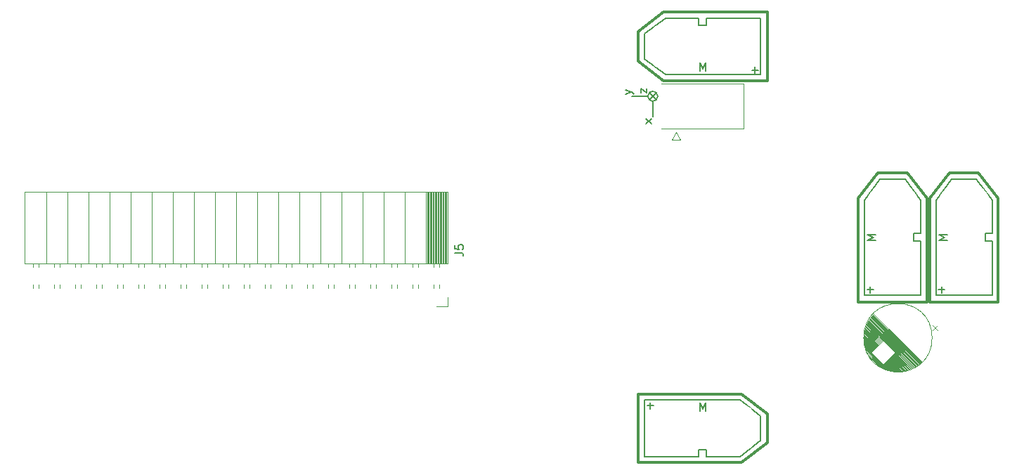
<source format=gto>
G04 #@! TF.GenerationSoftware,KiCad,Pcbnew,7.0.9*
G04 #@! TF.CreationDate,2024-12-11T14:01:49+08:00*
G04 #@! TF.ProjectId,thingy,7468696e-6779-42e6-9b69-6361645f7063,rev?*
G04 #@! TF.SameCoordinates,Original*
G04 #@! TF.FileFunction,Legend,Top*
G04 #@! TF.FilePolarity,Positive*
%FSLAX46Y46*%
G04 Gerber Fmt 4.6, Leading zero omitted, Abs format (unit mm)*
G04 Created by KiCad (PCBNEW 7.0.9) date 2024-12-11 14:01:49*
%MOMM*%
%LPD*%
G01*
G04 APERTURE LIST*
G04 Aperture macros list*
%AMRotRect*
0 Rectangle, with rotation*
0 The origin of the aperture is its center*
0 $1 length*
0 $2 width*
0 $3 Rotation angle, in degrees counterclockwise*
0 Add horizontal line*
21,1,$1,$2,0,0,$3*%
G04 Aperture macros list end*
%ADD10C,0.150000*%
%ADD11C,0.200000*%
%ADD12C,0.120000*%
%ADD13C,0.300000*%
%ADD14R,1.350000X1.350000*%
%ADD15O,1.350000X1.350000*%
%ADD16R,1.300000X1.300000*%
%ADD17C,1.300000*%
%ADD18C,4.300000*%
%ADD19C,6.500000*%
%ADD20C,2.200000*%
%ADD21C,1.700000*%
%ADD22O,1.700000X1.700000*%
%ADD23RotRect,1.600000X1.600000X225.000000*%
%ADD24C,1.600000*%
%ADD25R,1.700000X1.700000*%
G04 APERTURE END LIST*
D10*
X-6400000Y17400000D02*
X-5600000Y16600000D01*
X-5400000Y17000000D02*
G75*
G03*
X-5400000Y17000000I-600000J0D01*
G01*
X-8500000Y17000000D02*
X-6600000Y17000000D01*
X-6000000Y16400000D02*
X-6000000Y14500000D01*
X-5600000Y17400000D02*
X-6400000Y16600000D01*
X-9296847Y17241541D02*
X-8630180Y17479636D01*
X-9296847Y17717731D02*
X-8630180Y17479636D01*
X-8630180Y17479636D02*
X-8392085Y17384398D01*
X-8392085Y17384398D02*
X-8344466Y17336779D01*
X-8344466Y17336779D02*
X-8296847Y17241541D01*
X-7396847Y17441541D02*
X-7396847Y17965350D01*
X-7396847Y17965350D02*
X-6730180Y17441541D01*
X-6730180Y17441541D02*
X-6730180Y17965350D01*
X-6130180Y13734649D02*
X-6796847Y14258458D01*
X-6796847Y13734649D02*
X-6130180Y14258458D01*
D11*
X-333332Y20047780D02*
X-333332Y21047780D01*
X-333332Y21047780D02*
X0Y20333495D01*
X0Y20333495D02*
X333333Y21047780D01*
X333333Y21047780D02*
X333333Y20047780D01*
X5939048Y20138733D02*
X6700953Y20138733D01*
X6320000Y19757780D02*
X6320000Y20519685D01*
X-333332Y-20952219D02*
X-333332Y-19952219D01*
X-333332Y-19952219D02*
X0Y-20666504D01*
X0Y-20666504D02*
X333333Y-19952219D01*
X333333Y-19952219D02*
X333333Y-20952219D01*
X-6700951Y-20281266D02*
X-5939047Y-20281266D01*
X-6319999Y-20662219D02*
X-6319999Y-19900314D01*
D10*
X5988095Y9995180D02*
X5988095Y10995180D01*
X5988095Y10518990D02*
X6559523Y10518990D01*
X6559523Y9995180D02*
X6559523Y10995180D01*
X6988095Y10899942D02*
X7035714Y10947561D01*
X7035714Y10947561D02*
X7130952Y10995180D01*
X7130952Y10995180D02*
X7369047Y10995180D01*
X7369047Y10995180D02*
X7464285Y10947561D01*
X7464285Y10947561D02*
X7511904Y10899942D01*
X7511904Y10899942D02*
X7559523Y10804704D01*
X7559523Y10804704D02*
X7559523Y10709466D01*
X7559523Y10709466D02*
X7511904Y10566609D01*
X7511904Y10566609D02*
X6940476Y9995180D01*
X6940476Y9995180D02*
X7559523Y9995180D01*
X-7511904Y-11004819D02*
X-7511904Y-10004819D01*
X-7511904Y-10481009D02*
X-6940476Y-10481009D01*
X-6940476Y-11004819D02*
X-6940476Y-10004819D01*
X-6559523Y-10004819D02*
X-5940476Y-10004819D01*
X-5940476Y-10004819D02*
X-6273809Y-10385771D01*
X-6273809Y-10385771D02*
X-6130952Y-10385771D01*
X-6130952Y-10385771D02*
X-6035714Y-10433390D01*
X-6035714Y-10433390D02*
X-5988095Y-10481009D01*
X-5988095Y-10481009D02*
X-5940476Y-10576247D01*
X-5940476Y-10576247D02*
X-5940476Y-10814342D01*
X-5940476Y-10814342D02*
X-5988095Y-10909580D01*
X-5988095Y-10909580D02*
X-6035714Y-10957200D01*
X-6035714Y-10957200D02*
X-6130952Y-11004819D01*
X-6130952Y-11004819D02*
X-6416666Y-11004819D01*
X-6416666Y-11004819D02*
X-6511904Y-10957200D01*
X-6511904Y-10957200D02*
X-6559523Y-10909580D01*
D11*
X20852219Y-333332D02*
X19852219Y-333332D01*
X19852219Y-333332D02*
X20566504Y0D01*
X20566504Y0D02*
X19852219Y333333D01*
X19852219Y333333D02*
X20852219Y333333D01*
X20181266Y-6700951D02*
X20181266Y-5939047D01*
X20562219Y-6319999D02*
X19800314Y-6319999D01*
D10*
X-29825180Y-1873333D02*
X-29110895Y-1873333D01*
X-29110895Y-1873333D02*
X-28968038Y-1920952D01*
X-28968038Y-1920952D02*
X-28872800Y-2016190D01*
X-28872800Y-2016190D02*
X-28825180Y-2159047D01*
X-28825180Y-2159047D02*
X-28825180Y-2254285D01*
X-29825180Y-920952D02*
X-29825180Y-1397142D01*
X-29825180Y-1397142D02*
X-29348990Y-1444761D01*
X-29348990Y-1444761D02*
X-29396609Y-1397142D01*
X-29396609Y-1397142D02*
X-29444228Y-1301904D01*
X-29444228Y-1301904D02*
X-29444228Y-1063809D01*
X-29444228Y-1063809D02*
X-29396609Y-968571D01*
X-29396609Y-968571D02*
X-29348990Y-920952D01*
X-29348990Y-920952D02*
X-29253752Y-873333D01*
X-29253752Y-873333D02*
X-29015657Y-873333D01*
X-29015657Y-873333D02*
X-28920419Y-920952D01*
X-28920419Y-920952D02*
X-28872800Y-968571D01*
X-28872800Y-968571D02*
X-28825180Y-1063809D01*
X-28825180Y-1063809D02*
X-28825180Y-1301904D01*
X-28825180Y-1301904D02*
X-28872800Y-1397142D01*
X-28872800Y-1397142D02*
X-28920419Y-1444761D01*
D11*
X29452219Y-333332D02*
X28452219Y-333332D01*
X28452219Y-333332D02*
X29166504Y0D01*
X29166504Y0D02*
X28452219Y333333D01*
X28452219Y333333D02*
X29452219Y333333D01*
X28781266Y-6700951D02*
X28781266Y-5939047D01*
X29162219Y-6319999D02*
X28400314Y-6319999D01*
D12*
X-3675000Y11717500D02*
X-3175000Y12717500D01*
X-2675000Y11717500D02*
X-3675000Y11717500D01*
X-3175000Y12717500D02*
X-2675000Y11717500D01*
X-4960000Y13107500D02*
X4960000Y13107500D01*
X4960000Y13107500D02*
X4960000Y18527500D01*
X4960000Y18527500D02*
X-4960000Y18527500D01*
D13*
X7800000Y18875000D02*
X7800000Y27125000D01*
X7800000Y18875000D02*
X-4700000Y18875000D01*
X7800000Y27125000D02*
X-4700000Y27125000D01*
D11*
X7000000Y19600000D02*
X7000000Y26400000D01*
X7000000Y19600000D02*
X-4500000Y19600000D01*
X7000000Y26400000D02*
X450000Y26400000D01*
X450000Y25550000D02*
X450000Y26400000D01*
X450000Y25550000D02*
X-450000Y25550000D01*
X-450000Y25550000D02*
X-450000Y26400000D01*
X-450000Y26400000D02*
X-4500000Y26400000D01*
X-4500000Y19600000D02*
X-7000000Y21500000D01*
X-4500000Y26400000D02*
X-7000000Y24500000D01*
D13*
X-4700000Y18875000D02*
X-7800000Y21250000D01*
X-4700000Y27125000D02*
X-7800000Y24750000D01*
D11*
X-7000000Y21500000D02*
X-7000000Y24500000D01*
D13*
X-7800000Y21250000D02*
X-7800000Y24750000D01*
X-7800000Y-18875000D02*
X-7800000Y-27125000D01*
X-7800000Y-18875000D02*
X4700000Y-18875000D01*
X-7800000Y-27125000D02*
X4700000Y-27125000D01*
D11*
X-7000000Y-19600000D02*
X-7000000Y-26400000D01*
X-7000000Y-19600000D02*
X4500000Y-19600000D01*
X-7000000Y-26400000D02*
X-450000Y-26400000D01*
X-450000Y-25550000D02*
X-450000Y-26400000D01*
X-450000Y-25550000D02*
X450000Y-25550000D01*
X450000Y-25550000D02*
X450000Y-26400000D01*
X450000Y-26400000D02*
X4500000Y-26400000D01*
X4500000Y-19600000D02*
X7000000Y-21500000D01*
X4500000Y-26400000D02*
X7000000Y-24500000D01*
D13*
X4700000Y-18875000D02*
X7800000Y-21250000D01*
X4700000Y-27125000D02*
X7800000Y-24750000D01*
D11*
X7000000Y-21500000D02*
X7000000Y-24500000D01*
D13*
X7800000Y-21250000D02*
X7800000Y-24750000D01*
X18775000Y-7800000D02*
X27025000Y-7800000D01*
X18775000Y-7800000D02*
X18775000Y4700000D01*
X27025000Y-7800000D02*
X27025000Y4700000D01*
D11*
X19500000Y-7000000D02*
X26300000Y-7000000D01*
X19500000Y-7000000D02*
X19500000Y4500000D01*
X26300000Y-7000000D02*
X26300000Y-450000D01*
X25450000Y-450000D02*
X26300000Y-450000D01*
X25450000Y-450000D02*
X25450000Y450000D01*
X25450000Y450000D02*
X26300000Y450000D01*
X26300000Y450000D02*
X26300000Y4500000D01*
X19500000Y4500000D02*
X21400000Y7000000D01*
X26300000Y4500000D02*
X24400000Y7000000D01*
D13*
X18775000Y4700000D02*
X21150000Y7800000D01*
X27025000Y4700000D02*
X24650000Y7800000D01*
D11*
X21400000Y7000000D02*
X24400000Y7000000D01*
D13*
X21150000Y7800000D02*
X24650000Y7800000D01*
D12*
X-30720000Y5440000D02*
X-81640000Y5440000D01*
X-30720000Y5440000D02*
X-30720000Y-3190000D01*
X-30840000Y5440000D02*
X-30840000Y-3190000D01*
X-30958095Y5440000D02*
X-30958095Y-3190000D01*
X-31076190Y5440000D02*
X-31076190Y-3190000D01*
X-31194285Y5440000D02*
X-31194285Y-3190000D01*
X-31312380Y5440000D02*
X-31312380Y-3190000D01*
X-31430475Y5440000D02*
X-31430475Y-3190000D01*
X-31548570Y5440000D02*
X-31548570Y-3190000D01*
X-31666665Y5440000D02*
X-31666665Y-3190000D01*
X-31784760Y5440000D02*
X-31784760Y-3190000D01*
X-31902855Y5440000D02*
X-31902855Y-3190000D01*
X-32020950Y5440000D02*
X-32020950Y-3190000D01*
X-32139045Y5440000D02*
X-32139045Y-3190000D01*
X-32257140Y5440000D02*
X-32257140Y-3190000D01*
X-32375235Y5440000D02*
X-32375235Y-3190000D01*
X-32493330Y5440000D02*
X-32493330Y-3190000D01*
X-32611425Y5440000D02*
X-32611425Y-3190000D01*
X-32729520Y5440000D02*
X-32729520Y-3190000D01*
X-32847615Y5440000D02*
X-32847615Y-3190000D01*
X-32965710Y5440000D02*
X-32965710Y-3190000D01*
X-33083805Y5440000D02*
X-33083805Y-3190000D01*
X-33201900Y5440000D02*
X-33201900Y-3190000D01*
X-33320000Y5440000D02*
X-33320000Y-3190000D01*
X-35860000Y5440000D02*
X-35860000Y-3190000D01*
X-38400000Y5440000D02*
X-38400000Y-3190000D01*
X-40940000Y5440000D02*
X-40940000Y-3190000D01*
X-43480000Y5440000D02*
X-43480000Y-3190000D01*
X-46020000Y5440000D02*
X-46020000Y-3190000D01*
X-48560000Y5440000D02*
X-48560000Y-3190000D01*
X-51100000Y5440000D02*
X-51100000Y-3190000D01*
X-53640000Y5440000D02*
X-53640000Y-3190000D01*
X-56180000Y5440000D02*
X-56180000Y-3190000D01*
X-58720000Y5440000D02*
X-58720000Y-3190000D01*
X-61260000Y5440000D02*
X-61260000Y-3190000D01*
X-63800000Y5440000D02*
X-63800000Y-3190000D01*
X-66340000Y5440000D02*
X-66340000Y-3190000D01*
X-68880000Y5440000D02*
X-68880000Y-3190000D01*
X-71420000Y5440000D02*
X-71420000Y-3190000D01*
X-73960000Y5440000D02*
X-73960000Y-3190000D01*
X-76500000Y5440000D02*
X-76500000Y-3190000D01*
X-79040000Y5440000D02*
X-79040000Y-3190000D01*
X-81640000Y5440000D02*
X-81640000Y-3190000D01*
X-30720000Y-3190000D02*
X-81640000Y-3190000D01*
X-31690000Y-3190000D02*
X-31690000Y-3600000D01*
X-32410000Y-3190000D02*
X-32410000Y-3600000D01*
X-34230000Y-3190000D02*
X-34230000Y-3600000D01*
X-34950000Y-3190000D02*
X-34950000Y-3600000D01*
X-36770000Y-3190000D02*
X-36770000Y-3600000D01*
X-37490000Y-3190000D02*
X-37490000Y-3600000D01*
X-39310000Y-3190000D02*
X-39310000Y-3600000D01*
X-40030000Y-3190000D02*
X-40030000Y-3600000D01*
X-41850000Y-3190000D02*
X-41850000Y-3600000D01*
X-42570000Y-3190000D02*
X-42570000Y-3600000D01*
X-44390000Y-3190000D02*
X-44390000Y-3600000D01*
X-45110000Y-3190000D02*
X-45110000Y-3600000D01*
X-46930000Y-3190000D02*
X-46930000Y-3600000D01*
X-47650000Y-3190000D02*
X-47650000Y-3600000D01*
X-49470000Y-3190000D02*
X-49470000Y-3600000D01*
X-50190000Y-3190000D02*
X-50190000Y-3600000D01*
X-52010000Y-3190000D02*
X-52010000Y-3600000D01*
X-52730000Y-3190000D02*
X-52730000Y-3600000D01*
X-54550000Y-3190000D02*
X-54550000Y-3600000D01*
X-55270000Y-3190000D02*
X-55270000Y-3600000D01*
X-57090000Y-3190000D02*
X-57090000Y-3600000D01*
X-57810000Y-3190000D02*
X-57810000Y-3600000D01*
X-59630000Y-3190000D02*
X-59630000Y-3600000D01*
X-60350000Y-3190000D02*
X-60350000Y-3600000D01*
X-62170000Y-3190000D02*
X-62170000Y-3600000D01*
X-62890000Y-3190000D02*
X-62890000Y-3600000D01*
X-64710000Y-3190000D02*
X-64710000Y-3600000D01*
X-65430000Y-3190000D02*
X-65430000Y-3600000D01*
X-67250000Y-3190000D02*
X-67250000Y-3600000D01*
X-67970000Y-3190000D02*
X-67970000Y-3600000D01*
X-69790000Y-3190000D02*
X-69790000Y-3600000D01*
X-70510000Y-3190000D02*
X-70510000Y-3600000D01*
X-72330000Y-3190000D02*
X-72330000Y-3600000D01*
X-73050000Y-3190000D02*
X-73050000Y-3600000D01*
X-74870000Y-3190000D02*
X-74870000Y-3600000D01*
X-75590000Y-3190000D02*
X-75590000Y-3600000D01*
X-77410000Y-3190000D02*
X-77410000Y-3600000D01*
X-78130000Y-3190000D02*
X-78130000Y-3600000D01*
X-79950000Y-3190000D02*
X-79950000Y-3600000D01*
X-80670000Y-3190000D02*
X-80670000Y-3600000D01*
X-31690000Y-5700000D02*
X-31690000Y-6080000D01*
X-32410000Y-5700000D02*
X-32410000Y-6080000D01*
X-34230000Y-5700000D02*
X-34230000Y-6140000D01*
X-34950000Y-5700000D02*
X-34950000Y-6140000D01*
X-36770000Y-5700000D02*
X-36770000Y-6140000D01*
X-37490000Y-5700000D02*
X-37490000Y-6140000D01*
X-39310000Y-5700000D02*
X-39310000Y-6140000D01*
X-40030000Y-5700000D02*
X-40030000Y-6140000D01*
X-41850000Y-5700000D02*
X-41850000Y-6140000D01*
X-42570000Y-5700000D02*
X-42570000Y-6140000D01*
X-44390000Y-5700000D02*
X-44390000Y-6140000D01*
X-45110000Y-5700000D02*
X-45110000Y-6140000D01*
X-46930000Y-5700000D02*
X-46930000Y-6140000D01*
X-47650000Y-5700000D02*
X-47650000Y-6140000D01*
X-49470000Y-5700000D02*
X-49470000Y-6140000D01*
X-50190000Y-5700000D02*
X-50190000Y-6140000D01*
X-52010000Y-5700000D02*
X-52010000Y-6140000D01*
X-52730000Y-5700000D02*
X-52730000Y-6140000D01*
X-54550000Y-5700000D02*
X-54550000Y-6140000D01*
X-55270000Y-5700000D02*
X-55270000Y-6140000D01*
X-57090000Y-5700000D02*
X-57090000Y-6140000D01*
X-57810000Y-5700000D02*
X-57810000Y-6140000D01*
X-59630000Y-5700000D02*
X-59630000Y-6140000D01*
X-60350000Y-5700000D02*
X-60350000Y-6140000D01*
X-62170000Y-5700000D02*
X-62170000Y-6140000D01*
X-62890000Y-5700000D02*
X-62890000Y-6140000D01*
X-64710000Y-5700000D02*
X-64710000Y-6140000D01*
X-65430000Y-5700000D02*
X-65430000Y-6140000D01*
X-67250000Y-5700000D02*
X-67250000Y-6140000D01*
X-67970000Y-5700000D02*
X-67970000Y-6140000D01*
X-69790000Y-5700000D02*
X-69790000Y-6140000D01*
X-70510000Y-5700000D02*
X-70510000Y-6140000D01*
X-72330000Y-5700000D02*
X-72330000Y-6140000D01*
X-73050000Y-5700000D02*
X-73050000Y-6140000D01*
X-74870000Y-5700000D02*
X-74870000Y-6140000D01*
X-75590000Y-5700000D02*
X-75590000Y-6140000D01*
X-77410000Y-5700000D02*
X-77410000Y-6140000D01*
X-78130000Y-5700000D02*
X-78130000Y-6140000D01*
X-79950000Y-5700000D02*
X-79950000Y-6140000D01*
X-80670000Y-5700000D02*
X-80670000Y-6140000D01*
X-30720000Y-7190000D02*
X-30720000Y-8300000D01*
X-30720000Y-8300000D02*
X-32050000Y-8300000D01*
D13*
X27375000Y-7800000D02*
X35625000Y-7800000D01*
X27375000Y-7800000D02*
X27375000Y4700000D01*
X35625000Y-7800000D02*
X35625000Y4700000D01*
D11*
X28100000Y-7000000D02*
X34900000Y-7000000D01*
X28100000Y-7000000D02*
X28100000Y4500000D01*
X34900000Y-7000000D02*
X34900000Y-450000D01*
X34050000Y-450000D02*
X34900000Y-450000D01*
X34050000Y-450000D02*
X34050000Y450000D01*
X34050000Y450000D02*
X34900000Y450000D01*
X34900000Y450000D02*
X34900000Y4500000D01*
X28100000Y4500000D02*
X30000000Y7000000D01*
X34900000Y4500000D02*
X33000000Y7000000D01*
D13*
X27375000Y4700000D02*
X29750000Y7800000D01*
X35625000Y4700000D02*
X33250000Y7800000D01*
D11*
X30000000Y7000000D02*
X33000000Y7000000D01*
D13*
X29750000Y7800000D02*
X33250000Y7800000D01*
D12*
X28285040Y-10618825D02*
X27719354Y-11184510D01*
X28285040Y-11184510D02*
X27719354Y-10618825D01*
X26414956Y-14984996D02*
X20644964Y-9215004D01*
X26386671Y-15013280D02*
X20616680Y-9243289D01*
X26358387Y-15041564D02*
X20588396Y-9271573D01*
X26329396Y-15069141D02*
X20560819Y-9300564D01*
X26299697Y-15096011D02*
X20533949Y-9330263D01*
X26270706Y-15123589D02*
X20506371Y-9359254D01*
X26241007Y-15150459D02*
X20479501Y-9388953D01*
X26210602Y-15176622D02*
X20453338Y-9419358D01*
X26180196Y-15202785D02*
X20427175Y-9449764D01*
X26149791Y-15228947D02*
X20401013Y-9480169D01*
X26118678Y-15254403D02*
X20375557Y-9511282D01*
X26087565Y-15279859D02*
X20350101Y-9542395D01*
X26055745Y-15304608D02*
X20325352Y-9574215D01*
X26024633Y-15330064D02*
X20299896Y-9605327D01*
X25992106Y-15354105D02*
X20275855Y-9637854D01*
X25960286Y-15378854D02*
X20251106Y-9669674D01*
X25927052Y-15402189D02*
X20227771Y-9702908D01*
X25894525Y-15426230D02*
X20203730Y-9735435D01*
X25860584Y-15450272D02*
X20179688Y-9769376D01*
X25827350Y-15473606D02*
X20156354Y-9802610D01*
X25793409Y-15496234D02*
X20133726Y-9836551D01*
X25759468Y-15518861D02*
X20111099Y-9870492D01*
X25724819Y-15540782D02*
X20089178Y-9905141D01*
X25690171Y-15562702D02*
X20067258Y-9939789D01*
X25655523Y-15584622D02*
X20045338Y-9974437D01*
X25620168Y-15605835D02*
X20024125Y-10009792D01*
X25584812Y-15627049D02*
X20002911Y-10045148D01*
X25548750Y-15647555D02*
X19982405Y-10081210D01*
X25512687Y-15668061D02*
X19961899Y-10117273D01*
X25476625Y-15688567D02*
X19941393Y-10153335D01*
X25439855Y-15708366D02*
X19921594Y-10190105D01*
X25402379Y-15727458D02*
X19902502Y-10227581D01*
X25365609Y-15747257D02*
X19882703Y-10264351D01*
X25327425Y-15765642D02*
X19864318Y-10302535D01*
X25289949Y-15784733D02*
X19845227Y-10340011D01*
X25251058Y-15802411D02*
X19827549Y-10378902D01*
X25212874Y-15820796D02*
X19809164Y-10417086D01*
X25173276Y-15837766D02*
X23218126Y-13882616D01*
X21747344Y-12411834D02*
X19792194Y-10456684D01*
X25134385Y-15855444D02*
X23189842Y-13910900D01*
X21719060Y-12440118D02*
X19774516Y-10495575D01*
X25094787Y-15872415D02*
X23161557Y-13939185D01*
X21690775Y-12468403D02*
X19757545Y-10535173D01*
X25054482Y-15888678D02*
X23133273Y-13967469D01*
X21662491Y-12496687D02*
X19741282Y-10575478D01*
X25014177Y-15904942D02*
X23104989Y-13995753D01*
X21634207Y-12524971D02*
X19725018Y-10615783D01*
X24973165Y-15920498D02*
X23076705Y-14024038D01*
X21605922Y-12553255D02*
X19709462Y-10656795D01*
X24932153Y-15936054D02*
X23048420Y-14052322D01*
X21577638Y-12581540D02*
X19693906Y-10697807D01*
X24891141Y-15951611D02*
X23020136Y-14080606D01*
X21549354Y-12609824D02*
X19678349Y-10738819D01*
X24848714Y-15965753D02*
X22991852Y-14108890D01*
X21521070Y-12638108D02*
X19664207Y-10781246D01*
X24806995Y-15980602D02*
X22963568Y-14137175D01*
X21492785Y-12666392D02*
X19649358Y-10822965D01*
X24764568Y-15994744D02*
X22935283Y-14165459D01*
X21464501Y-12694677D02*
X19635216Y-10865392D01*
X24721435Y-16008179D02*
X22906999Y-14193743D01*
X21436217Y-12722961D02*
X19621781Y-10908525D01*
X24677594Y-16020907D02*
X22878715Y-14222027D01*
X21407933Y-12751245D02*
X19609053Y-10952366D01*
X24633754Y-16033635D02*
X22850430Y-14250312D01*
X21379648Y-12779530D02*
X19596325Y-10996206D01*
X24589913Y-16046363D02*
X22822146Y-14278596D01*
X21351364Y-12807814D02*
X19583597Y-11040047D01*
X24545365Y-16058384D02*
X22793862Y-14306880D01*
X21323080Y-12836098D02*
X19571576Y-11084595D01*
X24500111Y-16069697D02*
X22765578Y-14335164D01*
X21294796Y-12864382D02*
X19560263Y-11129849D01*
X24454856Y-16081011D02*
X22737293Y-14363449D01*
X21266511Y-12892667D02*
X19548949Y-11175104D01*
X24408894Y-16091618D02*
X22709009Y-14391733D01*
X21238227Y-12920951D02*
X19538342Y-11221066D01*
X24362225Y-16101517D02*
X22680725Y-14420017D01*
X21209943Y-12949235D02*
X19528443Y-11267735D01*
X24315556Y-16111417D02*
X22652441Y-14448302D01*
X21181658Y-12977519D02*
X19518543Y-11314404D01*
X24268180Y-16120609D02*
X22624156Y-14476586D01*
X21153374Y-13005804D02*
X19509351Y-11361780D01*
X24220803Y-16129801D02*
X22595872Y-14504870D01*
X21125090Y-13034088D02*
X19500159Y-11409157D01*
X24172013Y-16137580D02*
X22567588Y-14533154D01*
X21096806Y-13062372D02*
X19492380Y-11457947D01*
X24123223Y-16145358D02*
X22539303Y-14561439D01*
X21068521Y-13090657D02*
X19484602Y-11506737D01*
X24073725Y-16152429D02*
X22511019Y-14589723D01*
X21040237Y-13118941D02*
X19477531Y-11556235D01*
X24024228Y-16159500D02*
X22482735Y-14618007D01*
X21011953Y-13147225D02*
X19470460Y-11605732D01*
X23974023Y-16165864D02*
X22454451Y-14646291D01*
X20983669Y-13175509D02*
X19464096Y-11655937D01*
X23922404Y-16170814D02*
X22426166Y-14674576D01*
X20955384Y-13203794D02*
X19459146Y-11707556D01*
X23871493Y-16176471D02*
X22397882Y-14702860D01*
X20927100Y-13232078D02*
X19453489Y-11758467D01*
X23819167Y-16180713D02*
X22369598Y-14731144D01*
X20898816Y-13260362D02*
X19449247Y-11810793D01*
X23766134Y-16184249D02*
X22341314Y-14759429D01*
X20870531Y-13288646D02*
X19445711Y-11863826D01*
X23712394Y-16187077D02*
X22313029Y-14787713D01*
X20842247Y-13316931D02*
X19442883Y-11917566D01*
X23658653Y-16189906D02*
X22284745Y-14815997D01*
X20813963Y-13345215D02*
X19440054Y-11971307D01*
X23603499Y-16191320D02*
X22256461Y-14844281D01*
X20785679Y-13373499D02*
X19438640Y-12026461D01*
X23548345Y-16192734D02*
X22228176Y-14872566D01*
X20757394Y-13401784D02*
X19437226Y-12081615D01*
X23491776Y-16192734D02*
X22199892Y-14900850D01*
X20729110Y-13430068D02*
X19437226Y-12138184D01*
X23434501Y-16192027D02*
X22171608Y-14929134D01*
X20700826Y-13458352D02*
X19437933Y-12195459D01*
X23376518Y-16190613D02*
X22143324Y-14957418D01*
X20672542Y-13486636D02*
X19439347Y-12253442D01*
X23317828Y-16188491D02*
X22115039Y-14985703D01*
X20644257Y-13514921D02*
X19441469Y-12312132D01*
X23258431Y-16185663D02*
X22086755Y-15013987D01*
X20615973Y-13543205D02*
X19444297Y-12371529D01*
X23197620Y-16181420D02*
X22058471Y-15042271D01*
X20587689Y-13571489D02*
X19448540Y-12432340D01*
X23136102Y-16176471D02*
X22030187Y-15070556D01*
X20559404Y-13599773D02*
X19453489Y-12493858D01*
X23073876Y-16170814D02*
X22001902Y-15098840D01*
X20531120Y-13628058D02*
X19459146Y-12556084D01*
X23009529Y-16163036D02*
X21973618Y-15127124D01*
X20502836Y-13656342D02*
X19466924Y-12620431D01*
X22945183Y-16155257D02*
X21945334Y-15155408D01*
X20474552Y-13684626D02*
X19474703Y-12684777D01*
X22878715Y-16145358D02*
X21917049Y-15183693D01*
X20446267Y-13712911D02*
X19484602Y-12751245D01*
X22811540Y-16134751D02*
X21888765Y-15211977D01*
X20417983Y-13741195D02*
X19495209Y-12818420D01*
X22742243Y-16122023D02*
X21860481Y-15240261D01*
X20389699Y-13769479D02*
X19507937Y-12887717D01*
X22672240Y-16108588D02*
X21832197Y-15268545D01*
X20361415Y-13797763D02*
X19521372Y-12957720D01*
X22600115Y-16093032D02*
X21803912Y-15296830D01*
X20333130Y-13826048D02*
X19536928Y-13029845D01*
X22526576Y-16076061D02*
X21775628Y-15325114D01*
X20304846Y-13854332D02*
X19553899Y-13103384D01*
X22450208Y-16056262D02*
X19573698Y-13179752D01*
X22372426Y-16035049D02*
X19594911Y-13257534D01*
X22291816Y-16011008D02*
X19618952Y-13338144D01*
X22209085Y-15984845D02*
X19645115Y-13420875D01*
X22122818Y-15955146D02*
X19674814Y-13507142D01*
X22033722Y-15922619D02*
X19707341Y-13596238D01*
X21939677Y-15885143D02*
X19744817Y-13690283D01*
X21841389Y-15843423D02*
X19786537Y-13788571D01*
X21737444Y-15796047D02*
X19833913Y-13892516D01*
X21626429Y-15741600D02*
X19888360Y-14003531D01*
X21505513Y-15677253D02*
X19952707Y-14124447D01*
X21371163Y-15599471D02*
X20030489Y-14258797D01*
X21215600Y-15500476D02*
X20129484Y-14414360D01*
X21021145Y-15362591D02*
X20267369Y-14608815D01*
X27649960Y-12100000D02*
G75*
G03*
X27649960Y-12100000I-4120000J0D01*
G01*
%LPC*%
D14*
X-18400000Y6100000D03*
D15*
X-16800000Y6100000D03*
X-15200000Y6100000D03*
X-13600000Y6100000D03*
D16*
X-3175000Y14547500D03*
D17*
X-1905000Y17087500D03*
X-635000Y14547500D03*
X635000Y17087500D03*
X1905000Y14547500D03*
X3175000Y17087500D03*
D18*
X-15250000Y-15250000D03*
D19*
X-3475000Y23000000D03*
X3475000Y23000000D03*
X3475000Y-23000000D03*
X-3475000Y-23000000D03*
D20*
X6750000Y-10500000D03*
D18*
X15250000Y-15250000D03*
D20*
X6750000Y10500000D03*
X-6750000Y-10500000D03*
D18*
X15250000Y15250000D03*
X-15250000Y15250000D03*
D19*
X22900000Y3475000D03*
X22900000Y-3475000D03*
D21*
X-32050000Y-7190000D03*
D22*
X-32050000Y-4650000D03*
X-34590000Y-7190000D03*
X-34590000Y-4650000D03*
X-37130000Y-7190000D03*
X-37130000Y-4650000D03*
X-39670000Y-7190000D03*
X-39670000Y-4650000D03*
X-42210000Y-7190000D03*
X-42210000Y-4650000D03*
X-44750000Y-7190000D03*
X-44750000Y-4650000D03*
X-47290000Y-7190000D03*
X-47290000Y-4650000D03*
X-49830000Y-7190000D03*
X-49830000Y-4650000D03*
X-52370000Y-7190000D03*
X-52370000Y-4650000D03*
X-54910000Y-7190000D03*
X-54910000Y-4650000D03*
X-57450000Y-7190000D03*
X-57450000Y-4650000D03*
X-59990000Y-7190000D03*
X-59990000Y-4650000D03*
X-62530000Y-7190000D03*
X-62530000Y-4650000D03*
X-65070000Y-7190000D03*
X-65070000Y-4650000D03*
X-67610000Y-7190000D03*
X-67610000Y-4650000D03*
X-70150000Y-7190000D03*
X-70150000Y-4650000D03*
X-72690000Y-7190000D03*
X-72690000Y-4650000D03*
X-75230000Y-7190000D03*
X-75230000Y-4650000D03*
X-77770000Y-7190000D03*
X-77770000Y-4650000D03*
X-80310000Y-7190000D03*
X-80310000Y-4650000D03*
D19*
X31500000Y3475000D03*
X31500000Y-3475000D03*
D20*
X-6750000Y10500000D03*
D23*
X25297727Y-10332233D03*
D24*
X21762193Y-13867767D03*
D25*
X-76620000Y-9700000D03*
D22*
X-74080000Y-9700000D03*
X-71540000Y-9700000D03*
X-69000000Y-9700000D03*
X-66460000Y-9700000D03*
X-63920000Y-9700000D03*
X-61380000Y-9700000D03*
%LPD*%
M02*

</source>
